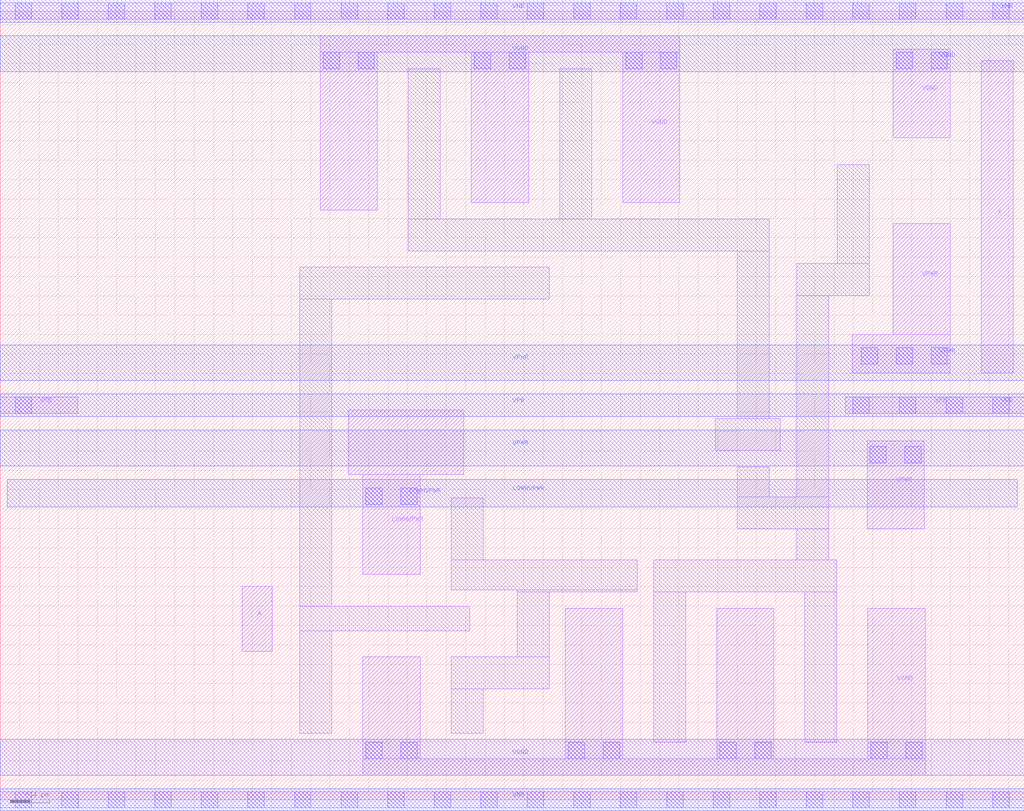
<source format=lef>
# Copyright 2020 The SkyWater PDK Authors
#
# Licensed under the Apache License, Version 2.0 (the "License");
# you may not use this file except in compliance with the License.
# You may obtain a copy of the License at
#
#     https://www.apache.org/licenses/LICENSE-2.0
#
# Unless required by applicable law or agreed to in writing, software
# distributed under the License is distributed on an "AS IS" BASIS,
# WITHOUT WARRANTIES OR CONDITIONS OF ANY KIND, either express or implied.
# See the License for the specific language governing permissions and
# limitations under the License.
#
# SPDX-License-Identifier: Apache-2.0

VERSION 5.5 ;
NAMESCASESENSITIVE ON ;
BUSBITCHARS "[]" ;
DIVIDERCHAR "/" ;
MACRO sky130_fd_sc_hvl__lsbufhv2hv_lh_1
  CLASS CORE ;
  SOURCE USER ;
  ORIGIN  0.000000  0.000000 ;
  SIZE  10.56000 BY  8.140000 ;
  SYMMETRY X Y R90 ;
  SITE unithv ;
  PIN A
    ANTENNAGATEAREA  0.750000 ;
    DIRECTION INPUT ;
    USE SIGNAL ;
    PORT
      LAYER li1 ;
        RECT 2.495000 1.530000 2.805000 2.200000 ;
    END
  END A
  PIN X
    ANTENNADIFFAREA  0.596250 ;
    DIRECTION OUTPUT ;
    USE SIGNAL ;
    PORT
      LAYER li1 ;
        RECT 10.120000 4.405000 10.450000 7.625000 ;
    END
  END X
  PIN LOWHVPWR
    DIRECTION INOUT ;
    USE POWER ;
    PORT
      LAYER li1 ;
        RECT 3.590000 3.355000 4.780000 4.025000 ;
        RECT 3.740000 2.325000 4.330000 3.355000 ;
    END
    PORT
      LAYER mcon ;
        RECT 3.770000 3.050000 3.940000 3.220000 ;
        RECT 4.130000 3.050000 4.300000 3.220000 ;
    END
    PORT
      LAYER met1 ;
        RECT 0.070000 3.020000 10.490000 3.305000 ;
    END
  END LOWHVPWR
  PIN VGND
    DIRECTION INOUT ;
    USE GROUND ;
    PORT
      LAYER li1 ;
        RECT 3.300000 6.085000 3.890000 7.715000 ;
        RECT 3.300000 7.715000 7.010000 7.885000 ;
        RECT 4.860000 6.165000 5.450000 7.715000 ;
        RECT 6.420000 6.165000 7.010000 7.715000 ;
    END
    PORT
      LAYER li1 ;
        RECT 3.740000 0.255000 9.540000 0.425000 ;
        RECT 3.740000 0.425000 4.330000 1.475000 ;
        RECT 5.830000 0.425000 6.420000 1.975000 ;
        RECT 7.390000 0.425000 7.980000 1.975000 ;
        RECT 8.950000 0.425000 9.540000 1.975000 ;
    END
    PORT
      LAYER li1 ;
        RECT 9.210000 6.835000 9.800000 7.745000 ;
    END
    PORT
      LAYER mcon ;
        RECT 3.330000 7.545000 3.500000 7.715000 ;
        RECT 3.690000 7.545000 3.860000 7.715000 ;
        RECT 3.770000 0.425000 3.940000 0.595000 ;
        RECT 4.130000 0.425000 4.300000 0.595000 ;
        RECT 4.890000 7.545000 5.060000 7.715000 ;
        RECT 5.250000 7.545000 5.420000 7.715000 ;
        RECT 5.860000 0.425000 6.030000 0.595000 ;
        RECT 6.220000 0.425000 6.390000 0.595000 ;
        RECT 6.450000 7.545000 6.620000 7.715000 ;
        RECT 6.810000 7.545000 6.980000 7.715000 ;
        RECT 7.420000 0.425000 7.590000 0.595000 ;
        RECT 7.780000 0.425000 7.950000 0.595000 ;
        RECT 8.980000 0.425000 9.150000 0.595000 ;
        RECT 9.240000 7.545000 9.410000 7.715000 ;
        RECT 9.340000 0.425000 9.510000 0.595000 ;
        RECT 9.600000 7.545000 9.770000 7.715000 ;
    END
    PORT
      LAYER met1 ;
        RECT 0.000000 0.255000 10.560000 0.625000 ;
    END
    PORT
      LAYER met1 ;
        RECT 0.000000 7.515000 10.560000 7.885000 ;
    END
  END VGND
  PIN VNB
    DIRECTION INOUT ;
    USE GROUND ;
    PORT
      LAYER li1 ;
        RECT 0.000000 -0.085000 10.560000 0.085000 ;
    END
    PORT
      LAYER li1 ;
        RECT 0.000000 8.055000 10.560000 8.225000 ;
    END
    PORT
      LAYER mcon ;
        RECT  0.155000 -0.085000  0.325000 0.085000 ;
        RECT  0.155000  8.055000  0.325000 8.225000 ;
        RECT  0.635000 -0.085000  0.805000 0.085000 ;
        RECT  0.635000  8.055000  0.805000 8.225000 ;
        RECT  1.115000 -0.085000  1.285000 0.085000 ;
        RECT  1.115000  8.055000  1.285000 8.225000 ;
        RECT  1.595000 -0.085000  1.765000 0.085000 ;
        RECT  1.595000  8.055000  1.765000 8.225000 ;
        RECT  2.075000 -0.085000  2.245000 0.085000 ;
        RECT  2.075000  8.055000  2.245000 8.225000 ;
        RECT  2.555000 -0.085000  2.725000 0.085000 ;
        RECT  2.555000  8.055000  2.725000 8.225000 ;
        RECT  3.035000 -0.085000  3.205000 0.085000 ;
        RECT  3.035000  8.055000  3.205000 8.225000 ;
        RECT  3.515000 -0.085000  3.685000 0.085000 ;
        RECT  3.515000  8.055000  3.685000 8.225000 ;
        RECT  3.995000 -0.085000  4.165000 0.085000 ;
        RECT  3.995000  8.055000  4.165000 8.225000 ;
        RECT  4.475000 -0.085000  4.645000 0.085000 ;
        RECT  4.475000  8.055000  4.645000 8.225000 ;
        RECT  4.955000 -0.085000  5.125000 0.085000 ;
        RECT  4.955000  8.055000  5.125000 8.225000 ;
        RECT  5.435000 -0.085000  5.605000 0.085000 ;
        RECT  5.435000  8.055000  5.605000 8.225000 ;
        RECT  5.915000 -0.085000  6.085000 0.085000 ;
        RECT  5.915000  8.055000  6.085000 8.225000 ;
        RECT  6.395000 -0.085000  6.565000 0.085000 ;
        RECT  6.395000  8.055000  6.565000 8.225000 ;
        RECT  6.875000 -0.085000  7.045000 0.085000 ;
        RECT  6.875000  8.055000  7.045000 8.225000 ;
        RECT  7.355000 -0.085000  7.525000 0.085000 ;
        RECT  7.355000  8.055000  7.525000 8.225000 ;
        RECT  7.835000 -0.085000  8.005000 0.085000 ;
        RECT  7.835000  8.055000  8.005000 8.225000 ;
        RECT  8.315000 -0.085000  8.485000 0.085000 ;
        RECT  8.315000  8.055000  8.485000 8.225000 ;
        RECT  8.795000 -0.085000  8.965000 0.085000 ;
        RECT  8.795000  8.055000  8.965000 8.225000 ;
        RECT  9.275000 -0.085000  9.445000 0.085000 ;
        RECT  9.275000  8.055000  9.445000 8.225000 ;
        RECT  9.755000 -0.085000  9.925000 0.085000 ;
        RECT  9.755000  8.055000  9.925000 8.225000 ;
        RECT 10.235000 -0.085000 10.405000 0.085000 ;
        RECT 10.235000  8.055000 10.405000 8.225000 ;
    END
    PORT
      LAYER met1 ;
        RECT 0.000000 -0.115000 10.560000 0.115000 ;
    END
    PORT
      LAYER met1 ;
        RECT 0.000000 8.025000 10.560000 8.255000 ;
    END
  END VNB
  PIN VPB
    DIRECTION INOUT ;
    USE POWER ;
    PORT
      LAYER li1 ;
        RECT 0.000000 3.985000 0.800000 4.155000 ;
    END
    PORT
      LAYER li1 ;
        RECT 8.715000 3.985000 10.560000 4.155000 ;
    END
    PORT
      LAYER mcon ;
        RECT  0.155000 3.985000  0.325000 4.155000 ;
        RECT  8.795000 3.985000  8.965000 4.155000 ;
        RECT  9.275000 3.985000  9.445000 4.155000 ;
        RECT  9.755000 3.985000  9.925000 4.155000 ;
        RECT 10.235000 3.985000 10.405000 4.155000 ;
    END
    PORT
      LAYER met1 ;
        RECT 0.000000 3.955000 10.560000 4.185000 ;
    END
  END VPB
  PIN VPWR
    DIRECTION INOUT ;
    USE POWER ;
    PORT
      LAYER li1 ;
        RECT 8.790000 4.405000 9.800000 4.800000 ;
        RECT 9.210000 4.800000 9.800000 5.945000 ;
    END
    PORT
      LAYER li1 ;
        RECT 8.940000 2.795000 9.530000 3.705000 ;
    END
    PORT
      LAYER mcon ;
        RECT 8.880000 4.495000 9.050000 4.665000 ;
        RECT 8.970000 3.475000 9.140000 3.645000 ;
        RECT 9.240000 4.495000 9.410000 4.665000 ;
        RECT 9.330000 3.475000 9.500000 3.645000 ;
        RECT 9.600000 4.495000 9.770000 4.665000 ;
    END
    PORT
      LAYER met1 ;
        RECT 0.000000 3.445000 10.560000 3.815000 ;
    END
    PORT
      LAYER met1 ;
        RECT 0.000000 4.325000 10.560000 4.695000 ;
    END
  END VPWR
  OBS
    LAYER li1 ;
      RECT 3.090000 0.685000 3.420000 1.745000 ;
      RECT 3.090000 1.745000 4.845000 1.995000 ;
      RECT 3.090000 1.995000 3.420000 5.165000 ;
      RECT 3.090000 5.165000 5.660000 5.495000 ;
      RECT 4.210000 5.665000 7.930000 5.995000 ;
      RECT 4.210000 5.995000 4.540000 7.545000 ;
      RECT 4.650000 0.685000 4.980000 1.145000 ;
      RECT 4.650000 1.145000 5.660000 1.475000 ;
      RECT 4.650000 2.165000 6.570000 2.475000 ;
      RECT 4.650000 2.475000 4.980000 3.115000 ;
      RECT 5.330000 1.475000 5.660000 2.145000 ;
      RECT 5.330000 2.145000 6.570000 2.165000 ;
      RECT 5.770000 5.995000 6.100000 7.545000 ;
      RECT 6.740000 0.595000 7.070000 2.145000 ;
      RECT 6.740000 2.145000 8.630000 2.475000 ;
      RECT 7.375000 3.605000 8.045000 3.935000 ;
      RECT 7.600000 2.795000 8.545000 3.125000 ;
      RECT 7.600000 3.125000 7.930000 3.435000 ;
      RECT 7.600000 3.935000 7.930000 5.665000 ;
      RECT 8.215000 2.475000 8.545000 2.795000 ;
      RECT 8.215000 3.125000 8.545000 5.205000 ;
      RECT 8.215000 5.205000 8.965000 5.535000 ;
      RECT 8.300000 0.595000 8.630000 2.145000 ;
      RECT 8.635000 5.535000 8.965000 6.555000 ;
  END
END sky130_fd_sc_hvl__lsbufhv2hv_lh_1
END LIBRARY

</source>
